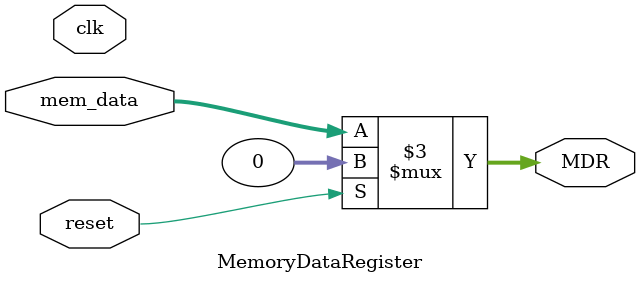
<source format=v>
module MemoryDataRegister #(parameter data_width = 32) ( 
    input reset, 
	input clk,
    input [data_width - 1 : 0] mem_data,
       	output reg [data_width - 1: 0] MDR);

always @(*) begin
    if(reset) MDR <= 0;
    else MDR <= mem_data;
end

endmodule

</source>
